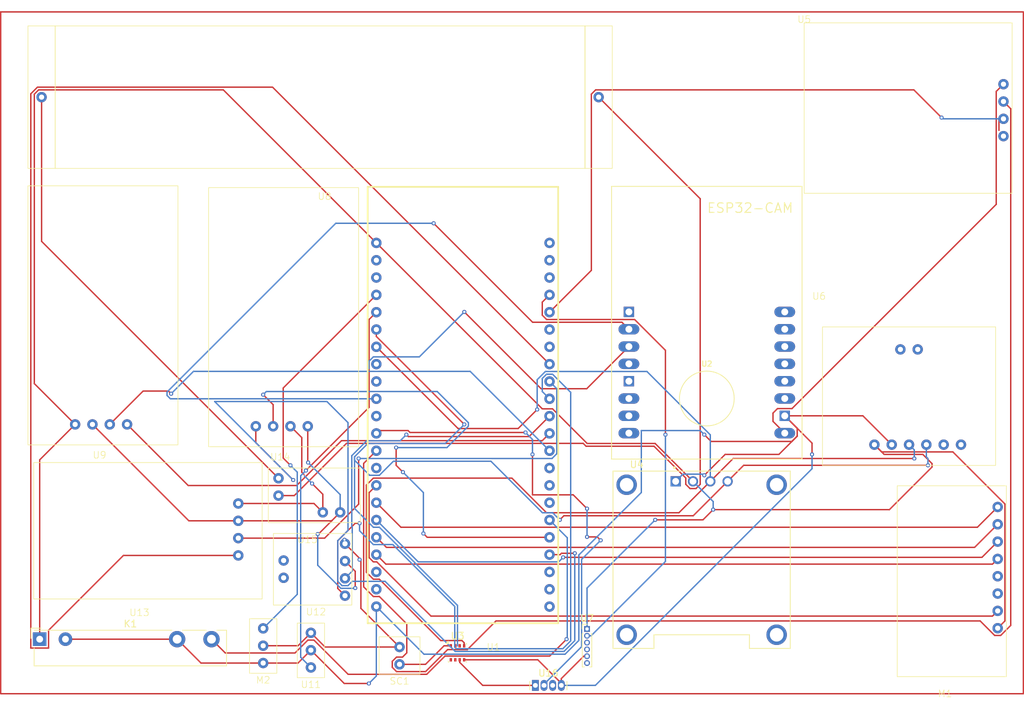
<source format=kicad_pcb>
(kicad_pcb (version 20241229) (generator "pcbnew") (generator_version "9.0")
  (layers (0 "F.Cu" signal) (2 "B.Cu" signal) (13 "F.Paste" user) (15 "B.Paste" user) (5 "F.SilkS" user "F.Silkscreen") (7 "B.SilkS" user "B.Silkscreen") (1 "F.Mask" user) (3 "B.Mask" user) (25 "Edge.Cuts" user))
  (net 0 "")
  (net 1 "GND")
  (net 2 "/Relay")
  (net 3 "+3.3V")
  (net 4 "/MISO")
  (net 5 "/MOSI")
  (net 6 "/RST")
  (net 7 "/SCK")
  (net 8 "/SS")
  (net 10 "+5V")
  (net 11 "/PWM")
  (net 12 "/DOR")
  (net 17 "/ADC")
  (net 19 "/AOM")
  (net 20 "/out")
  (net 22 "/RX1")
  (net 23 "/I2C DATA")
  (net 24 "/DOM")
  (net 26 "/DAC")
  (net 27 "/TX1")
  (net 32 "/SDA(R)")
  (net 33 "/SCL(R)")
  (net 34 "/RX")
  (net 39 "/TX")
  (net 42 "/AOS")
  (net 43 "/AOR")
  (net 44 "/DOS")
  (net 45 "/I2C Clock")
  (net 66 "/B+")
  (net 67 "/B-")
  (footprint "components_footprints:MQ 135" (layer "F.Cu") (at 51.35 91.1)
    (property "Reference" "U13")
    (property "Value" "MQ 135" (hide yes))
  )
  (footprint "components_footprints:Soil" (layer "F.Cu") (at 92.75 112)
    (property "Reference" "U12")
    (property "Value" "Soil sensor" (hide yes))
  )
  (footprint "components_footprints:Cell_Holder" (layer "F.Cu") (at 54.5 27.05)
    (property "Reference" "U8")
    (property "Value" "Cell_Holder" (hide yes))
  )
  (footprint "foot:INA219CV" (layer "F.Cu") (at 167.03 71.198)
    (property "Reference" "U6")
    (property "Value" "Voltage_Current" (hide yes))
  )
  (footprint "foot:mrfc522" (layer "F.Cu") (at 185 122.5)
    (property "Reference" "M1")
    (property "Value" "RFID-RC522" (hide yes))
    (property "VALUE" "" (hide yes))
  )
  (footprint "Servo_Footprint:Servo Motor" (layer "F.Cu") (at 85 123.5)
    (property "Reference" "M2")
    (property "Value" "Motor_Servo" (hide yes))
  )
  (footprint "ESP32-CAM:ESP32-CAM" (layer "F.Cu") (at 150.07 76.62)
    (property "Reference" "U2")
    (property "Value" "ESP32-CAM")
  )
  (footprint "DM-OLED096-636:MODULE_DM-OLED096-636" (layer "F.Cu") (at 149.3115 105.3515)
    (property "Reference" "U4")
    (property "Value" "DM-OLED096-636")
  )
  (footprint "Package_LGA:Bosch_LGA-8_2.5x2.5mm_P0.65mm_ClockwisePinNumbering" (layer "F.Cu") (at 113.5 119)
    (property "Reference" "U3")
    (property "Value" "BME280")
  )
  (footprint "components_footprints:2_In_1" (layer "F.Cu") (at 91.5 99.9)
    (property "Reference" "U15")
    (property "Value" "2_In_1" (hide yes))
  )
  (footprint "foot:NEO6M" (layer "F.Cu") (at 164.35 26.6)
    (property "Reference" "U5")
    (property "Value" "Neo 6ms" (hide yes))
  )
  (footprint "Servo_Footprint:Servo Motor" (layer "F.Cu") (at 92 124.15)
    (property "Reference" "U11")
    (property "Value" "WATERFLOW SENSOR" (hide yes))
  )
  (footprint "components_footprints:SOLAR_CELL" (layer "F.Cu") (at 105 122.15)
    (property "Reference" "SC1")
    (property "Value" "Solar_Cells" (hide yes))
  )
  (footprint "Sensor_Current:Allegro_SIP-4" (layer "F.Cu") (at 124.9215 123.7765)
    (property "Reference" "U16")
    (property "Value" "A1365xKTTN-1")
  )
  (footprint "components_footprints:ESP32S3" (layer "F.Cu") (at 119.77 114.663)
    (property "Reference" "U1")
    (property "Value" "ESP32_S3" (hide yes))
  )
  (footprint "components_footprints:RTC" (layer "F.Cu") (at 50.5 50.5)
    (property "Reference" "U9")
    (property "Value" "Rain Sensor" (hide yes))
  )
  (footprint "components_footprints:RTC" (layer "F.Cu") (at 77 50.7715)
    (property "Reference" "U14")
    (property "Value" "RTC DS3231" (hide yes))
  )
  (footprint "Connector_PinHeader_1.00mm:PinHeader_1x06_P1.00mm_Vertical" (layer "F.Cu") (at 132.5 115.5)
    (property "Reference" "U7")
    (property "Value" "PMY 2.5 Sensor")
  )
  (footprint "Relay_THT:Relay_SPST-NO_Fujitsu_FTR-LYAA005x_FormA_Vertical" (layer "F.Cu") (at 52.22 117)
    (property "Reference" "K1")
    (property "Value" "Fujitsu_FTR-LYAA005x")
  )
  (gr_rect (start 46.5 25) (end 196.5 125) (stroke (width 0.2)) (fill no) (layer "F.Cu") (net 1))
  (segment (start 95.05 99.64) (end 95.095 99.595) (width 0.2) (layer "F.Cu") (net 1))
  (segment (start 93.11 101.58) (end 93 101.58) (width 0.2) (layer "F.Cu") (net 1))
  (segment (start 90.11 120.5) (end 92 118.61) (width 0.2) (layer "F.Cu") (net 1))
  (segment (start 172.96 84.24) (end 177.19 88.47) (width 0.2) (layer "F.Cu") (net 1))
  (segment (start 160.645309 89.9) (end 152.759578 89.9) (width 0.2) (layer "F.Cu") (net 1))
  (segment (start 91.54 91.039999) (end 91.589816 91.089815) (width 0.2) (layer "F.Cu") (net 1))
  (segment (start 72.38 117) (end 56 117) (width 0.2) (layer "F.Cu") (net 1))
  (segment (start 162.545309 88) (end 150.6965 88) (width 0.2) (layer "F.Cu") (net 1))
  (segment (start 105 120.69) (end 108.81 120.69) (width 0.2) (layer "F.Cu") (net 1))
  (segment (start 96.89 123.5) (end 100.5 123.5) (width 0.2) (layer "F.Cu") (net 1))
  (segment (start 91.54 85.7715) (end 91.54 91.039999) (width 0.2) (layer "F.Cu") (net 1))
  (segment (start 95.095 99.595) (end 96.29 98.4) (width 0.2) (layer "F.Cu") (net 1))
  (segment (start 165.5 88.24) (end 165.5 89.9) (width 0.2) (layer "F.Cu") (net 1))
  (segment (start 111.525 117.975) (end 112.525 117.975) (width 0.2) (layer "F.Cu") (net 1))
  (segment (start 161.5 84.24) (end 172.96 84.24) (width 0.2) (layer "F.Cu") (net 1))
  (segment (start 152.759578 89.9) (end 149.6965 92.963078) (width 0.2) (layer "F.Cu") (net 1))
  (segment (start 150.6965 88) (end 149.6965 87) (width 0.2) (layer "F.Cu") (net 1))
  (segment (start 74.1 99.64) (end 59.96 85.5) (width 0.2) (layer "F.Cu") (net 1))
  (segment (start 132.008 119.5) (end 132.5 119.5) (width 0.2) (layer "F.Cu") (net 1))
  (segment (start 163.325 86.065) (end 163.325 87.220309) (width 0.2) (layer "F.Cu") (net 1))
  (segment (start 85 120.5) (end 90.11 120.5) (width 0.2) (layer "F.Cu") (net 1))
  (segment (start 75.88 120.5) (end 85 120.5) (width 0.2) (layer "F.Cu") (net 1))
  (segment (start 81.35 99.64) (end 95.05 99.64) (width 0.2) (layer "F.Cu") (net 1))
  (segment (start 114.475 120.025) (end 125.28 120.025) (width 0.2) (layer "F.Cu") (net 1))
  (segment (start 163.325 87.220309) (end 160.645309 89.9) (width 0.2) (layer "F.Cu") (net 1))
  (segment (start 98.5 109.5) (end 98.5 107.04) (width 0.2) (layer "F.Cu") (net 1))
  (segment (start 161.5 84.24) (end 165.5 88.24) (width 0.2) (layer "F.Cu") (net 1))
  (segment (start 128.7315 122.7765) (end 132.008 119.5) (width 0.2) (layer "F.Cu") (net 1))
  (segment (start 92 118.61) (end 96.89 123.5) (width 0.2) (layer "F.Cu") (net 1))
  (segment (start 95.095 99.595) (end 93.11 101.58) (width 0.2) (layer "F.Cu") (net 1))
  (segment (start 128.7315 123.4765) (end 128.7315 123.7765) (width 0.2) (layer "F.Cu") (net 1))
  (segment (start 125.28 120.025) (end 128.7315 123.4765) (width 0.2) (layer "F.Cu") (net 1))
  (segment (start 128.7315 123.7765) (end 128.7315 122.7765) (width 0.2) (layer "F.Cu") (net 1))
  (segment (start 81.35 99.64) (end 74.1 99.64) (width 0.2) (layer "F.Cu") (net 1))
  (segment (start 163.325 87.220309) (end 162.545309 88) (width 0.2) (layer "F.Cu") (net 1))
  (segment (start 72.38 117) (end 75.88 120.5) (width 0.2) (layer "F.Cu") (net 1))
  (segment (start 161.5 84.24) (end 163.325 86.065) (width 0.2) (layer "F.Cu") (net 1))
  (segment (start 98.5 107.04) (end 97 105.54) (width 0.2) (layer "F.Cu") (net 1))
  (segment (start 108.81 120.69) (end 111.525 117.975) (width 0.2) (layer "F.Cu") (net 1))
  (via (at 91.589816 91.089815) (size 0.6) (drill 0.3) (layers "F.Cu" "B.Cu") (net 1))
  (via (at 98.5 109.5) (size 0.6) (drill 0.3) (layers "F.Cu" "B.Cu") (net 1))
  (via (at 93 101.58) (size 0.6) (drill 0.3) (layers "F.Cu" "B.Cu") (net 1))
  (via (at 149.6965 92.963078) (size 0.6) (drill 0.3) (layers "F.Cu" "B.Cu") (net 1))
  (via (at 100.5 123.5) (size 0.6) (drill 0.3) (layers "F.Cu" "B.Cu") (net 1))
  (via (at 165.5 89.9) (size 0.6) (drill 0.3) (layers "F.Cu" "B.Cu") (net 1))
  (via (at 149.6965 87) (size 0.6) (drill 0.3) (layers "F.Cu" "B.Cu") (net 1))
  (segment (start 149.0955 86.399) (end 140.465 86.399) (width 0.2) (layer "B.Cu") (net 1))
  (segment (start 98.456 109.544) (end 98.5 109.5) (width 0.2) (layer "B.Cu") (net 1))
  (segment (start 91.589816 91.089815) (end 96.29 95.79) (width 0.2) (layer "B.Cu") (net 1))
  (segment (start 96.29 95.79) (end 96.29 98.4) (width 0.2) (layer "B.Cu") (net 1))
  (segment (start 149.529922 92.7965) (end 146.5565 92.7965) (width 0.2) (layer "B.Cu") (net 1))
  (segment (start 108.583 119.203) (end 101.6 112.22) (width 0.2) (layer "B.Cu") (net 1))
  (segment (start 96.39359 109.544) (end 98.456 109.544) (width 0.2) (layer "B.Cu") (net 1))
  (segment (start 93 101.58) (end 93 106.15041) (width 0.2) (layer "B.Cu") (net 1))
  (segment (start 140.465 95.485943) (end 131.302 104.648943) (width 0.2) (layer "B.Cu") (net 1))
  (segment (start 165.5 89.9) (end 165.5 92) (width 0.2) (layer "B.Cu") (net 1))
  (segment (start 100.5 123.5) (end 101.6 122.4) (width 0.2) (layer "B.Cu") (net 1))
  (segment (start 101.6 122.4) (end 101.6 112.22) (width 0.2) (layer "B.Cu") (net 1))
  (segment (start 131.302 104.648943) (end 131.302 117.182143) (width 0.2) (layer "B.Cu") (net 1))
  (segment (start 133.7235 123.7765) (end 128.7315 123.7765) (width 0.2) (layer "B.Cu") (net 1))
  (segment (start 140.465 86.399) (end 140.465 95.485943) (width 0.2) (layer "B.Cu") (net 1))
  (segment (start 165.5 92) (end 133.7235 123.7765) (width 0.2) (layer "B.Cu") (net 1))
  (segment (start 131.302 117.182143) (end 129.281143 119.203) (width 0.2) (layer "B.Cu") (net 1))
  (segment (start 129.281143 119.203) (end 108.583 119.203) (width 0.2) (layer "B.Cu") (net 1))
  (segment (start 93 106.15041) (end 96.39359 109.544) (width 0.2) (layer "B.Cu") (net 1))
  (segment (start 146.5565 92.7965) (end 145.5015 93.8515) (width 0.2) (layer "B.Cu") (net 1))
  (segment (start 149.6965 92.963078) (end 149.529922 92.7965) (width 0.2) (layer "B.Cu") (net 1))
  (segment (start 149.6965 87) (end 149.0955 86.399) (width 0.2) (layer "B.Cu") (net 1))
  (segment (start 77.42 117) (end 79.443 119.023) (width 0.2) (layer "F.Cu") (net 2))
  (segment (start 79.443 119.023) (end 89.66969 119.023) (width 0.2) (layer "F.Cu") (net 2))
  (segment (start 91.55969 117.133) (end 92.44031 117.133) (width 0.2) (layer "F.Cu") (net 2))
  (segment (start 97.46131 122.154) (end 108.9881 122.154) (width 0.2) (layer "F.Cu") (net 2))
  (segment (start 89.66969 119.023) (end 91.55969 117.133) (width 0.2) (layer "F.Cu") (net 2))
  (segment (start 92.44031 117.133) (end 97.46131 122.154) (width 0.2) (layer "F.Cu") (net 2))
  (segment (start 111.6681 119.474) (end 127.026 119.474) (width 0.2) (layer "F.Cu") (net 2))
  (segment (start 127.026 119.474) (end 129.5 117) (width 0.2) (layer "F.Cu") (net 2))
  (segment (start 108.9881 122.154) (end 111.6681 119.474) (width 0.2) (layer "F.Cu") (net 2))
  (via (at 129.5 117) (size 0.6) (drill 0.3) (layers "F.Cu" "B.Cu") (net 2))
  (segment (start 129.5 117) (end 129.601 116.899) (width 0.2) (layer "B.Cu") (net 2))
  (segment (start 129.601 102.121) (end 127 99.52) (width 0.2) (layer "B.Cu") (net 2))
  (segment (start 129.601 116.899) (end 129.601 102.121) (width 0.2) (layer "B.Cu") (net 2))
  (segment (start 117.1995 123.7765) (end 113.825 120.402) (width 0.2) (layer "F.Cu") (net 3))
  (segment (start 113.825 120.402) (end 113.825 120.025) (width 0.2) (layer "F.Cu") (net 3))
  (segment (start 51.437 79.517) (end 51.437 37.05969) (width 0.2) (layer "F.Cu") (net 3))
  (segment (start 175.713 89.533) (end 174.65 88.47) (width 0.2) (layer "F.Cu") (net 3))
  (segment (start 176.849943 98) (end 151 98) (width 0.2) (layer "F.Cu") (net 3))
  (segment (start 148.0415 93.8515) (end 142.487 88.297) (width 0.2) (layer "F.Cu") (net 3))
  (segment (start 52.05969 36.437) (end 79.157 36.437) (width 0.2) (layer "F.Cu") (net 3))
  (segment (start 193.793 97.16969) (end 186.15631 89.533) (width 0.2) (layer "F.Cu") (net 3))
  (segment (start 79.157 36.437) (end 101.6 58.88) (width 0.2) (layer "F.Cu") (net 3))
  (segment (start 124.9215 123.7765) (end 117.1995 123.7765) (width 0.2) (layer "F.Cu") (net 3))
  (segment (start 142.487 88.297) (end 132.52031 88.297) (width 0.2) (layer "F.Cu") (net 3))
  (segment (start 57.42 85.5) (end 51.437 79.517) (width 0.2) (layer "F.Cu") (net 3))
  (segment (start 51.437 37.05969) (end 52.05969 36.437) (width 0.2) (layer "F.Cu") (net 3))
  (segment (start 193.793 114.327) (end 193.793 97.16969) (width 0.2) (layer "F.Cu") (net 3))
  (segment (start 181.748943 89.899) (end 183.101 91.251057) (width 0.2) (layer "F.Cu") (net 3))
  (segment (start 183.101 91.748943) (end 176.849943 98) (width 0.2) (layer "F.Cu") (net 3))
  (segment (start 52.22 90.7) (end 57.42 85.5) (width 0.2) (layer "F.Cu") (net 3))
  (segment (start 127.44031 83.217) (end 125.937 83.217) (width 0.2) (layer "F.Cu") (net 3))
  (segment (start 176.079 89.899) (end 181.748943 89.899) (width 0.2) (layer "F.Cu") (net 3))
  (segment (start 174.65 88.47) (end 176.079 89.899) (width 0.2) (layer "F.Cu") (net 3))
  (segment (start 125.937 83.217) (end 101.6 58.88) (width 0.2) (layer "F.Cu") (net 3))
  (segment (start 192.73 115.39) (end 193.793 114.327) (width 0.2) (layer "F.Cu") (net 3))
  (segment (start 186.15631 89.533) (end 175.713 89.533) (width 0.2) (layer "F.Cu") (net 3))
  (segment (start 183.101 91.251057) (end 183.101 91.748943) (width 0.2) (layer "F.Cu") (net 3))
  (segment (start 52.22 117) (end 52.22 90.7) (width 0.2) (layer "F.Cu") (net 3))
  (segment (start 149.5 99.5) (end 142.5 99.5) (width 0.2) (layer "F.Cu") (net 3))
  (segment (start 132.52031 88.297) (end 127.44031 83.217) (width 0.2) (layer "F.Cu") (net 3))
  (segment (start 151 98) (end 149.5 99.5) (width 0.2) (layer "F.Cu") (net 3))
  (via (at 142.5 99.5) (size 0.6) (drill 0.3) (layers "F.Cu" "B.Cu") (net 3))
  (via (at 151 98) (size 0.6) (drill 0.3) (layers "F.Cu" "B.Cu") (net 3))
  (segment (start 151 96.81) (end 148.0415 93.8515) (width 0.2) (layer "B.Cu") (net 3))
  (segment (start 132.5 109.5) (end 132.5 115.5) (width 0.2) (layer "B.Cu") (net 3))
  (segment (start 151 98) (end 151 96.81) (width 0.2) (layer "B.Cu") (net 3))
  (segment (start 142.5 99.5) (end 132.5 109.5) (width 0.2) (layer "B.Cu") (net 3))
  (segment (start 102.991999 105.991999) (end 101.6 104.6) (width 0.2) (layer "F.Cu") (net 4))
  (segment (start 191.968001 105.991999) (end 102.991999 105.991999) (width 0.2) (layer "F.Cu") (net 4))
  (segment (start 192.73 105.23) (end 191.968001 105.991999) (width 0.2) (layer "F.Cu") (net 4))
  (segment (start 192.73 102.69) (end 190.42 105) (width 0.2) (layer "F.Cu") (net 5))
  (segment (start 190.42 105) (end 129 105) (width 0.2) (layer "F.Cu") (net 5))
  (via (at 129 105) (size 0.6) (drill 0.3) (layers "F.Cu" "B.Cu") (net 5))
  (segment (start 107.743 105.663) (end 101.6 99.52) (width 0.2) (layer "B.Cu") (net 5))
  (segment (start 128.337 105.663) (end 107.743 105.663) (width 0.2) (layer "B.Cu") (net 5))
  (segment (start 129 105) (end 128.337 105.663) (width 0.2) (layer "B.Cu") (net 5))
  (segment (start 192.73 112.85) (end 191.968001 113.611999) (width 0.2) (layer "F.Cu") (net 6))
  (segment (start 109.611999 113.611999) (end 101.663 105.663) (width 0.2) (layer "F.Cu") (net 6))
  (segment (start 101.15969 105.663) (end 100.537 105.04031) (width 0.2) (layer "F.Cu") (net 6))
  (segment (start 101.663 105.663) (end 101.15969 105.663) (width 0.2) (layer "F.Cu") (net 6))
  (segment (start 100.537 95.503) (end 101.6 94.44) (width 0.2) (layer "F.Cu") (net 6))
  (segment (start 100.537 105.04031) (end 100.537 95.503) (width 0.2) (layer "F.Cu") (net 6))
  (segment (start 191.968001 113.611999) (end 109.611999 113.611999) (width 0.2) (layer "F.Cu") (net 6))
  (segment (start 189.343 103.537) (end 103.077 103.537) (width 0.2) (layer "F.Cu") (net 7))
  (segment (start 192.73 100.15) (end 189.343 103.537) (width 0.2) (layer "F.Cu") (net 7))
  (segment (start 103.077 103.537) (end 101.6 102.06) (width 0.2) (layer "F.Cu") (net 7))
  (segment (start 192.73 97.61) (end 189.757 100.583) (width 0.2) (layer "F.Cu") (net 8))
  (segment (start 189.757 100.583) (end 105.203 100.583) (width 0.2) (layer "F.Cu") (net 8))
  (segment (start 105.203 100.583) (end 101.6 96.98) (width 0.2) (layer "F.Cu") (net 8))
  (segment (start 93.75 98.4) (end 93.75 95.75) (width 0.2) (layer "F.Cu") (net 10))
  (segment (start 97 102.5) (end 96.92261 102.42261) (width 0.2) (layer "F.Cu") (net 10))
  (segment (start 159.776 85.056) (end 161.5 86.78) (width 0.2) (layer "F.Cu") (net 10))
  (segment (start 92.45 97.1) (end 93.75 98.4) (width 0.2) (layer "F.Cu") (net 10))
  (segment (start 85 117.96) (end 90.11 117.96) (width 0.2) (layer "F.Cu") (net 10))
  (segment (start 99.334 105.334) (end 97 103) (width 0.2) (layer "F.Cu") (net 10))
  (segment (start 97 103) (end 97 102.5) (width 0.2) (layer "F.Cu") (net 10))
  (segment (start 94.08 118.15) (end 92 116.07) (width 0.2) (layer "F.Cu") (net 10))
  (segment (start 90.11 117.96) (end 92 116.07) (width 0.2) (layer "F.Cu") (net 10))
  (segment (start 162.563 83.177) (end 160.437 83.177) (width 0.2) (layer "F.Cu") (net 10))
  (segment (start 99.334 112.484) (end 99.334 105.334) (width 0.2) (layer "F.Cu") (net 10))
  (segment (start 160.437 83.177) (end 159.776 83.838) (width 0.2) (layer "F.Cu") (net 10))
  (segment (start 105 118.15) (end 99.334 112.484) (width 0.2) (layer "F.Cu") (net 10))
  (segment (start 192.517 53.223) (end 162.563 83.177) (width 0.2) (layer "F.Cu") (net 10))
  (segment (start 159.776 83.838) (end 159.776 85.056) (width 0.2) (layer "F.Cu") (net 10))
  (segment (start 105 118.15) (end 94.08 118.15) (width 0.2) (layer "F.Cu") (net 10))
  (segment (start 89 85.7715) (end 90.66308 87.43458) (width 0.2) (layer "F.Cu") (net 10))
  (segment (start 81.35 97.1) (end 92.45 97.1) (width 0.2) (layer "F.Cu") (net 10))
  (segment (start 99.334 105.334) (end 99.135 105.334) (width 0.2) (layer "F.Cu") (net 10))
  (segment (start 192.517 36.663) (end 192.517 53.223) (width 0.2) (layer "F.Cu") (net 10))
  (segment (start 93.75 95.75) (end 92.174265 94.174265) (width 0.2) (layer "F.Cu") (net 10))
  (segment (start 193.58 35.6) (end 192.517 36.663) (width 0.2) (layer "F.Cu") (net 10))
  (segment (start 90.66308 87.43458) (end 90.66308 92.513023) (width 0.2) (layer "F.Cu") (net 10))
  (segment (start 90.66308 92.513023) (end 90.979824 92.829767) (width 0.2) (layer "F.Cu") (net 10))
  (via (at 92.174265 94.174265) (size 0.6) (drill 0.3) (layers "F.Cu" "B.Cu") (net 10))
  (via (at 96.92261 102.42261) (size 0.6) (drill 0.3) (layers "F.Cu" "B.Cu") (net 10))
  (via (at 99.135 105.334) (size 0.6) (drill 0.3) (layers "F.Cu" "B.Cu") (net 10))
  (segment (start 92.174265 94.174265) (end 91.04763 93.04763) (width 0.2) (layer "B.Cu") (net 10))
  (segment (start 87.937 90.437) (end 89 91.5) (width 0.2) (layer "F.Cu") (net 11))
  (segment (start 101.6 66.5) (end 87.937 80.163) (width 0.2) (layer "F.Cu") (net 11))
  (segment (start 87.937 80.163) (end 87.937 90.437) (width 0.2) (layer "F.Cu") (net 11))
  (via (at 89 91.5) (size 0.6) (drill 0.3) (layers "F.Cu" "B.Cu") (net 11))
  (segment (start 90 92.5) (end 90 110.42) (width 0.2) (layer "B.Cu") (net 11))
  (segment (start 89 91.5) (end 90 92.5) (width 0.2) (layer "B.Cu") (net 11))
  (segment (start 90 110.42) (end 85 115.42) (width 0.2) (layer "B.Cu") (net 11))
  (segment (start 89.91369 94.463) (end 96.49369 87.883) (width 0.2) (layer "F.Cu") (net 12))
  (segment (start 96.49369 87.883) (end 125.937 87.883) (width 0.2) (layer "F.Cu") (net 12))
  (segment (start 125.937 87.883) (end 127 86.82) (width 0.2) (layer "F.Cu") (net 12))
  (segment (start 65.04 85.5) (end 74.003 94.463) (width 0.2) (layer "F.Cu") (net 12))
  (segment (start 74.003 94.463) (end 89.91369 94.463) (width 0.2) (layer "F.Cu") (net 12))
  (segment (start 126.57269 70.116) (end 139.481309 70.116) (width 0.2) (layer "F.Cu") (net 17))
  (segment (start 139.481309 70.116) (end 144 74.634691) (width 0.2) (layer "F.Cu") (net 17))
  (segment (start 127 66.5) (end 125.937 67.563) (width 0.2) (layer "F.Cu") (net 17))
  (segment (start 144 74.634691) (end 144 87) (width 0.2) (layer "F.Cu") (net 17))
  (segment (start 125.937 67.563) (end 125.937 69.48031) (width 0.2) (layer "F.Cu") (net 17))
  (segment (start 125.937 69.48031) (end 126.57269 70.116) (width 0.2) (layer "F.Cu") (net 17))
  (via (at 144 87) (size 0.6) (drill 0.3) (layers "F.Cu" "B.Cu") (net 17))
  (segment (start 144 87) (end 144 105.60104) (width 0.2) (layer "B.Cu") (net 17))
  (segment (start 133.10104 116.5) (end 132.5 116.5) (width 0.2) (layer "B.Cu") (net 17))
  (segment (start 144 105.60104) (end 133.10104 116.5) (width 0.2) (layer "B.Cu") (net 17))
  (segment (start 81.35 102.18) (end 94.01331 102.18) (width 0.2) (layer "F.Cu") (net 19))
  (segment (start 99 97.19331) (end 99 90.5) (width 0.2) (layer "F.Cu") (net 19))
  (segment (start 94.01331 102.18) (end 99 97.19331) (width 0.2) (layer "F.Cu") (net 19))
  (via (at 99 90.5) (size 0.6) (drill 0.3) (layers "F.Cu" "B.Cu") (net 19))
  (segment (start 128.063 80.263) (end 127 79.2) (width 0.2) (layer "B.Cu") (net 19))
  (segment (start 128.063 89.80031) (end 128.063 80.263) (width 0.2) (layer "B.Cu") (net 19))
  (segment (start 99 90.5) (end 127.36331 90.5) (width 0.2) (layer "B.Cu") (net 19))
  (segment (start 127.36331 90.5) (end 128.063 89.80031) (width 0.2) (layer "B.Cu") (net 19))
  (segment (start 101.6 69.04) (end 100.537 70.103) (width 0.2) (layer "F.Cu") (net 20))
  (segment (start 100.537 82.99116) (end 91.26408 92.26408) (width 0.2) (layer "F.Cu") (net 20))
  (segment (start 100.537 70.103) (end 100.537 82.99116) (width 0.2) (layer "F.Cu") (net 20))
  (via (at 91.26408 92.26408) (size 0.6) (drill 0.3) (layers "F.Cu" "B.Cu") (net 20))
  (segment (start 90.5 119.65) (end 92 121.15) (width 0.2) (layer "B.Cu") (net 20))
  (segment (start 91.26408 92.26408) (end 90.5 93.02816) (width 0.2) (layer "B.Cu") (net 20))
  (segment (start 90.5 93.02816) (end 90.5 119.65) (width 0.2) (layer "B.Cu") (net 20))
  (segment (start 108.822 121.753) (end 104.55969 121.753) (width 0.2) (layer "F.Cu") (net 22))
  (segment (start 104.55969 119.627) (end 105.44031 119.627) (width 0.2) (layer "F.Cu") (net 22))
  (segment (start 119.15 114.327) (end 114.951 118.526) (width 0.2) (layer "F.Cu") (net 22))
  (segment (start 99.735 91.225) (end 101.6 89.36) (width 0.2) (layer "F.Cu") (net 22))
  (segment (start 103.937 121.13031) (end 103.937 120.24969) (width 0.2) (layer "F.Cu") (net 22))
  (segment (start 105.44031 119.627) (end 106.063 119.00431) (width 0.2) (layer "F.Cu") (net 22))
  (segment (start 190.16369 114.327) (end 119.15 114.327) (width 0.2) (layer "F.Cu") (net 22))
  (segment (start 112.049 118.526) (end 108.822 121.753) (width 0.2) (layer "F.Cu") (net 22))
  (segment (start 192.28969 116.453) (end 190.16369 114.327) (width 0.2) (layer "F.Cu") (net 22))
  (segment (start 101.15969 110.743) (end 99.735 109.31831) (width 0.2) (layer "F.Cu") (net 22))
  (segment (start 193.58 38.14) (end 194.643 39.203) (width 0.2) (layer "F.Cu") (net 22))
  (segment (start 99.735 109.31831) (end 99.735 91.225) (width 0.2) (layer "F.Cu") (net 22))
  (segment (start 106.063 119.00431) (end 106.063 114.76569) (width 0.2) (layer "F.Cu") (net 22))
  (segment (start 194.643 114.98031) (end 193.17031 116.453) (width 0.2) (layer "F.Cu") (net 22))
  (segment (start 104.55969 121.753) (end 103.937 121.13031) (width 0.2) (layer "F.Cu") (net 22))
  (segment (start 102.04031 110.743) (end 101.15969 110.743) (width 0.2) (layer "F.Cu") (net 22))
  (segment (start 114.951 118.526) (end 112.049 118.526) (width 0.2) (layer "F.Cu") (net 22))
  (segment (start 194.643 39.203) (end 194.643 114.98031) (width 0.2) (layer "F.Cu") (net 22))
  (segment (start 103.937 120.24969) (end 104.55969 119.627) (width 0.2) (layer "F.Cu") (net 22))
  (segment (start 193.17031 116.453) (end 192.28969 116.453) (width 0.2) (layer "F.Cu") (net 22))
  (segment (start 106.063 114.76569) (end 102.04031 110.743) (width 0.2) (layer "F.Cu") (net 22))
  (via (at 101.6 89.36) (size 0.6) (drill 0.3) (layers "F.Cu" "B.Cu") (net 22))
  (segment (start 101.6 71.58) (end 101.6 72.6) (width 0.2) (layer "F.Cu") (net 23))
  (segment (start 153.1215 93.8515) (end 155.473 91.5) (width 0.2) (layer "F.Cu") (net 23))
  (segment (start 148.074 98.899) (end 129.101 98.899) (width 0.2) (layer "F.Cu") (net 23))
  (segment (start 153.1215 93.8515) (end 148.074 98.899) (width 0.2) (layer "F.Cu") (net 23))
  (segment (start 129.101 98.899) (end 128.5 99.5) (width 0.2) (layer "F.Cu") (net 23))
  (segment (start 155.473 91.5) (end 182.5 91.5) (width 0.2) (layer "F.Cu") (net 23))
  (segment (start 101.6 72.6) (end 114.5 85.5) (width 0.2) (layer "F.Cu") (net 23))
  (via (at 182.5 91.5) (size 0.6) (drill 0.3) (layers "F.Cu" "B.Cu") (net 23))
  (via (at 128.5 99.5) (size 0.6) (drill 0.3) (layers "F.Cu" "B.Cu") (net 23))
  (via (at 114.5 85.5) (size 0.6) (drill 0.3) (layers "F.Cu" "B.Cu") (net 23))
  (segment (start 182.5 91.5) (end 182.5 90.5) (width 0.2) (layer "B.Cu") (net 23))
  (segment (start 125.957 98.457) (end 118.401 90.901) (width 0.2) (layer "B.Cu") (net 23))
  (segment (start 182.5 90.5) (end 182.27 90.27) (width 0.2) (layer "B.Cu") (net 23))
  (segment (start 100.353057 88.297) (end 111.703 88.297) (width 0.2) (layer "B.Cu") (net 23))
  (segment (start 100.613057 92.963) (end 98.399 90.748943) (width 0.2) (layer "B.Cu") (net 23))
  (segment (start 101.15969 100.583) (end 102.04031 100.583) (width 0.2) (layer "B.Cu") (net 23))
  (segment (start 102.04031 92.963) (end 100.613057 92.963) (width 0.2) (layer "B.Cu") (net 23))
  (segment (start 98.399 90.251057) (end 100.353057 88.297) (width 0.2) (layer "B.Cu") (net 23))
  (segment (start 127.457 98.457) (end 125.957 98.457) (width 0.2) (layer "B.Cu") (net 23))
  (segment (start 128.5 99.5) (end 127.457 98.457) (width 0.2) (layer "B.Cu") (net 23))
  (segment (start 98.399 90.251057) (end 98.399 97.82231) (width 0.2) (layer "B.Cu") (net 23))
  (segment (start 118.401 90.901) (end 104.10231 90.901) (width 0.2) (layer "B.Cu") (net 23))
  (segment (start 104.10231 90.901) (end 102.04031 92.963) (width 0.2) (layer "B.Cu") (net 23))
  (segment (start 113.5 112.04269) (end 113.5 118) (width 0.2) (layer "B.Cu") (net 23))
  (segment (start 98.399 90.748943) (end 98.399 90.251057) (width 0.2) (layer "B.Cu") (net 23))
  (segment (start 102.04031 100.583) (end 113.5 112.04269) (width 0.2) (layer "B.Cu") (net 23))
  (segment (start 98.399 97.82231) (end 101.15969 100.583) (width 0.2) (layer "B.Cu") (net 23))
  (segment (start 111.703 88.297) (end 114.5 85.5) (width 0.2) (layer "B.Cu") (net 23))
  (segment (start 182.27 90.27) (end 182.27 88.47) (width 0.2) (layer "B.Cu") (net 23))
  (segment (start 53.521 115.699) (end 53.521 118.301) (width 0.2) (layer "F.Cu") (net 24))
  (segment (start 64.5 104.72) (end 53.521 115.699) (width 0.2) (layer "F.Cu") (net 24))
  (segment (start 51.89359 36.036) (end 86.376 36.036) (width 0.2) (layer "F.Cu") (net 24))
  (segment (start 86.376 36.036) (end 127 76.66) (width 0.2) (layer "F.Cu") (net 24))
  (segment (start 50.919 118.301) (end 50.919 37.01059) (width 0.2) (layer "F.Cu") (net 24))
  (segment (start 53.521 118.301) (end 50.919 118.301) (width 0.2) (layer "F.Cu") (net 24))
  (segment (start 81.35 104.72) (end 64.5 104.72) (width 0.2) (layer "F.Cu") (net 24))
  (segment (start 50.919 37.01059) (end 51.89359 36.036) (width 0.2) (layer "F.Cu") (net 24))
  (segment (start 124.5 89.9) (end 124.5 95.83021) (width 0.2) (layer "F.Cu") (net 26))
  (segment (start 106.248943 86.399) (end 106.532943 86.683) (width 0.2) (layer "F.Cu") (net 26))
  (segment (start 124.5 95.83021) (end 130.47321 95.83021) (width 0.2) (layer "F.Cu") (net 26))
  (segment (start 130.47321 95.83021) (end 132.5 97.857) (width 0.2) (layer "F.Cu") (net 26))
  (segment (start 102.021 86.399) (end 106.248943 86.399) (width 0.2) (layer "F.Cu") (net 26))
  (segment (start 132.5 102) (end 134 102) (width 0.2) (layer "F.Cu") (net 26))
  (segment (start 134 102) (end 134.5 102.5) (width 0.2) (layer "F.Cu") (net 26))
  (segment (start 106.532943 86.683) (end 123.474473 86.683) (width 0.2) (layer "F.Cu") (net 26))
  (segment (start 101.6 86.82) (end 102.021 86.399) (width 0.2) (layer "F.Cu") (net 26))
  (via (at 132.5 102) (size 0.6) (drill 0.3) (layers "F.Cu" "B.Cu") (net 26))
  (via (at 124.5 89.9) (size 0.6) (drill 0.3) (layers "F.Cu" "B.Cu") (net 26))
  (via (at 123.474473 86.683) (size 0.6) (drill 0.3) (layers "F.Cu" "B.Cu") (net 26))
  (via (at 132.5 97.857) (size 0.6) (drill 0.3) (layers "F.Cu" "B.Cu") (net 26))
  (via (at 134.5 102.5) (size 0.6) (drill 0.3) (layers "F.Cu" "B.Cu") (net 26))
  (segment (start 132.5 97.857) (end 132.5 102) (width 0.2) (layer "B.Cu") (net 26))
  (segment (start 126.1915 123.613715) (end 126.1915 123.7765) (width 0.2) (layer "B.Cu") (net 26))
  (segment (start 131.703 105.297) (end 131.703 118.102215) (width 0.2) (layer "B.Cu") (net 26))
  (segment (start 123.474473 86.683) (end 124.5 87.708527) (width 0.2) (layer "B.Cu") (net 26))
  (segment (start 134.5 102.5) (end 131.703 105.297) (width 0.2) (layer "B.Cu") (net 26))
  (segment (start 131.703 118.102215) (end 126.1915 123.613715) (width 0.2) (layer "B.Cu") (net 26))
  (segment (start 124.5 87.708527) (end 124.5 89.9) (width 0.2) (layer "B.Cu") (net 26))
  (segment (start 133.137 37.05969) (end 133.75969 36.437) (width 0.2) (layer "F.Cu") (net 27))
  (segment (start 180.437 36.437) (end 184.5 40.5) (width 0.2) (layer "F.Cu") (net 27))
  (segment (start 193.58 40.68) (end 192.918 40.68) (width 0.2) (layer "F.Cu") (net 27))
  (segment (start 133.75969 36.437) (end 180.437 36.437) (width 0.2) (layer "F.Cu") (net 27))
  (segment (start 127 69.04) (end 133.137 62.903) (width 0.2) (layer "F.Cu") (net 27))
  (segment (start 192.918 40.68) (end 192.918 42.37869) (width 0.2) (layer "F.Cu") (net 27))
  (segment (start 133.137 62.903) (end 133.137 37.05969) (width 0.2) (layer "F.Cu") (net 27))
  (via (at 184.5 40.5) (size 0.6) (drill 0.3) (layers "F.Cu" "B.Cu") (net 27))
  (segment (start 184.68 40.68) (end 193.58 40.68) (width 0.2) (layer "B.Cu") (net 27))
  (segment (start 184.5 40.5) (end 184.68 40.68) (width 0.2) (layer "B.Cu") (net 27))
  (segment (start 105.5 92.5) (end 104.5 91.5) (width 0.2) (layer "F.Cu") (net 32))
  (segment (start 104.5 91.5) (end 104.5 88.897) (width 0.2) (layer "F.Cu") (net 32))
  (segment (start 109.06 102.06) (end 108.5 101.5) (width 0.2) (layer "F.Cu") (net 32))
  (segment (start 127 102.06) (end 109.06 102.06) (width 0.2) (layer "F.Cu") (net 32))
  (segment (start 86.46 82.6) (end 86.46 85.7715) (width 0.2) (layer "F.Cu") (net 32))
  (segment (start 85 81.14) (end 86.46 82.6) (width 0.2) (layer "F.Cu") (net 32))
  (via (at 85 81.14) (size 0.6) (drill 0.3) (layers "F.Cu" "B.Cu") (net 32))
  (via (at 105.5 92.5) (size 0.6) (drill 0.3) (layers "F.Cu" "B.Cu") (net 32))
  (via (at 104.5 88.897) (size 0.6) (drill 0.3) (layers "F.Cu" "B.Cu") (net 32))
  (via (at 108.5 101.5) (size 0.6) (drill 0.3) (layers "F.Cu" "B.Cu") (net 32))
  (segment (start 111.952943 88.897) (end 115.101 85.748943) (width 0.2) (layer "B.Cu") (net 32))
  (segment (start 108.5 101.5) (end 108.5 95.5) (width 0.2) (layer "B.Cu") (net 32))
  (segment (start 115.101 85.748943) (end 115.101 85.251057) (width 0.2) (layer "B.Cu") (net 32))
  (segment (start 115.101 85.251057) (end 110.526943 80.677) (width 0.2) (layer "B.Cu") (net 32))
  (segment (start 110.526943 80.677) (end 85.463 80.677) (width 0.2) (layer "B.Cu") (net 32))
  (segment (start 104.5 88.897) (end 111.952943 88.897) (width 0.2) (layer "B.Cu") (net 32))
  (segment (start 108.5 95.5) (end 105.5 92.5) (width 0.2) (layer "B.Cu") (net 32))
  (segment (start 85.463 80.677) (end 85 81.14) (width 0.2) (layer "B.Cu") (net 32))
  (segment (start 128.550057 104.6) (end 127 104.6) (width 0.2) (layer "F.Cu") (net 33))
  (segment (start 83.92 85.7715) (end 83.92 88.174795) (width 0.2) (layer "F.Cu") (net 33))
  (segment (start 83.92 88.174795) (end 89.4 93.654795) (width 0.2) (layer "F.Cu") (net 33))
  (segment (start 130.701 104.4) (end 128.750057 104.4) (width 0.2) (layer "F.Cu") (net 33))
  (segment (start 128.750057 104.4) (end 128.550057 104.6) (width 0.2) (layer "F.Cu") (net 33))
  (via (at 130.701 104.4) (size 0.6) (drill 0.3) (layers "F.Cu" "B.Cu") (net 33))
  (via (at 89.4 93.654795) (size 0.6) (drill 0.3) (layers "F.Cu" "B.Cu") (net 33))
  (segment (start 130.701 117.216043) (end 130.701 104.4) (width 0.2) (layer "B.Cu") (net 33))
  (segment (start 95.937 108.52031) (end 96.55969 109.143) (width 0.2) (layer "B.Cu") (net 33))
  (segment (start 89.4 93.654795) (end 77.886205 82.141) (width 0.2) (layer "B.Cu") (net 33))
  (segment (start 97.44031 109.143) (end 98.063 108.52031) (width 0.2) (layer "B.Cu") (net 33))
  (segment (start 97.44031 85.23769) (end 97.44031 101.05638) (width 0.2) (layer "B.Cu") (net 33))
  (segment (start 77.886205 82.141) (end 94.34362 82.141) (width 0.2) (layer "B.Cu") (net 33))
  (segment (start 129.115043 118.802) (end 130.701 117.216043) (width 0.2) (layer "B.Cu") (net 33))
  (segment (start 102.88611 108.52031) (end 113.1678 118.802) (width 0.2) (layer "B.Cu") (net 33))
  (segment (start 96.55969 109.143) (end 97.44031 109.143) (width 0.2) (layer "B.Cu") (net 33))
  (segment (start 94.34362 82.141) (end 97.44031 85.23769) (width 0.2) (layer "B.Cu") (net 33))
  (segment (start 113.1678 118.802) (end 129.115043 118.802) (width 0.2) (layer "B.Cu") (net 33))
  (segment (start 98.063 108.52031) (end 102.88611 108.52031) (width 0.2) (layer "B.Cu") (net 33))
  (segment (start 95.937 102.55969) (end 95.937 108.52031) (width 0.2) (layer "B.Cu") (net 33))
  (segment (start 97.44031 101.05638) (end 95.937 102.55969) (width 0.2) (layer "B.Cu") (net 33))
  (segment (start 132.457 80.263) (end 125.763 80.263) (width 0.2) (layer "F.Cu") (net 34))
  (segment (start 138.64 74.08) (end 132.457 80.263) (width 0.2) (layer "F.Cu") (net 34))
  (segment (start 125.763 80.263) (end 114.5 69) (width 0.2) (layer "F.Cu") (net 34))
  (via (at 114.5 69) (size 0.6) (drill 0.3) (layers "F.Cu" "B.Cu") (net 34))
  (segment (start 101.15969 75.597) (end 100.5 76.25669) (width 0.2) (layer "B.Cu") (net 34))
  (segment (start 107.903 75.597) (end 101.15969 75.597) (width 0.2) (layer "B.Cu") (net 34))
  (segment (start 100.5 76.25669) (end 100.5 77.322) (width 0.2) (layer "B.Cu") (net 34))
  (segment (start 114.5 69) (end 107.903 75.597) (width 0.2) (layer "B.Cu") (net 34))
  (segment (start 124.517 70.517) (end 110 56) (width 0.2) (layer "F.Cu") (net 39))
  (segment (start 138.64 71.54) (end 137.617 70.517) (width 0.2) (layer "F.Cu") (net 39))
  (segment (start 137.617 70.517) (end 124.517 70.517) (width 0.2) (layer "F.Cu") (net 39))
  (via (at 110 56) (size 0.6) (drill 0.3) (layers "F.Cu" "B.Cu") (net 39))
  (segment (start 110 56) (end 95.650057 56) (width 0.2) (layer "B.Cu") (net 39))
  (segment (start 70.899 80.751057) (end 70.899 81.248943) (width 0.2) (layer "B.Cu") (net 39))
  (segment (start 70.899 81.248943) (end 71.390057 81.74) (width 0.2) (layer "B.Cu") (net 39))
  (segment (start 95.650057 56) (end 70.899 80.751057) (width 0.2) (layer "B.Cu") (net 39))
  (segment (start 71.390057 81.74) (end 101.6 81.74) (width 0.2) (layer "B.Cu") (net 39))
  (segment (start 106.283 87.283) (end 106 87) (width 0.2) (layer "F.Cu") (net 42))
  (segment (start 127 84.28) (end 123.997 87.283) (width 0.2) (layer "F.Cu") (net 42))
  (segment (start 123.997 87.283) (end 106.283 87.283) (width 0.2) (layer "F.Cu") (net 42))
  (via (at 106 87) (size 0.6) (drill 0.3) (layers "F.Cu" "B.Cu") (net 42))
  (segment (start 100.186957 87.896) (end 97.998 90.084957) (width 0.2) (layer "B.Cu") (net 42))
  (segment (start 105.104 87.896) (end 100.186957 87.896) (width 0.2) (layer "B.Cu") (net 42))
  (segment (start 97.998 90.084957) (end 97.998 100.52841) (width 0.2) (layer "B.Cu") (net 42))
  (segment (start 98.063 100.59341) (end 98.063 107.017) (width 0.2) (layer "B.Cu") (net 42))
  (segment (start 97.998 100.52841) (end 98.063 100.59341) (width 0.2) (layer "B.Cu") (net 42))
  (segment (start 98.063 107.017) (end 97 108.08) (width 0.2) (layer "B.Cu") (net 42))
  (segment (start 106 87) (end 105.104 87.896) (width 0.2) (layer "B.Cu") (net 42))
  (segment (start 71.10855 80.60855) (end 71.5 81) (width 0.2) (layer "F.Cu") (net 43))
  (segment (start 67.39145 80.60855) (end 71.10855 80.60855) (width 0.2) (layer "F.Cu") (net 43))
  (segment (start 62.5 85.5) (end 67.39145 80.60855) (width 0.2) (layer "F.Cu") (net 43))
  (via (at 71.5 81) (size 0.6) (drill 0.3) (layers "F.Cu" "B.Cu") (net 43))
  (segment (start 115.363 77.723) (end 127 89.36) (width 0.2) (layer "B.Cu") (net 43))
  (segment (start 74.777 77.723) (end 115.363 77.723) (width 0.2) (layer "B.Cu") (net 43))
  (segment (start 71.5 81) (end 74.777 77.723) (width 0.2) (layer "B.Cu") (net 43))
  (segment (start 97 110.62) (end 95.937 109.557) (width 0.2) (layer "F.Cu") (net 44))
  (segment (start 95.937 102.55969) (end 98.49669 100) (width 0.2) (layer "F.Cu") (net 44))
  (segment (start 98.49669 100) (end 99.135 100) (width 0.2) (layer "F.Cu") (net 44))
  (segment (start 95.937 109.557) (end 95.937 102.55969) (width 0.2) (layer "F.Cu") (net 44))
  (via (at 99.135 100) (size 0.6) (drill 0.3) (layers "F.Cu" "B.Cu") (net 44))
  (segment (start 130.101 117.248943) (end 130.101 80.79769) (width 0.2) (layer "B.Cu") (net 44))
  (segment (start 101.15969 103.123) (end 104.01321 103.123) (width 0.2) (layer "B.Cu") (net 44))
  (segment (start 113.3339 118.401) (end 128.948943 118.401) (width 0.2) (layer "B.Cu") (net 44))
  (segment (start 113.099 118.1661) (end 113.3339 118.401) (width 0.2) (layer "B.Cu") (net 44))
  (segment (start 125.937 80.677) (end 127 81.74) (width 0.2) (layer "B.Cu") (net 44))
  (segment (start 126.55969 78.137) (end 125.937 78.75969) (width 0.2) (layer "B.Cu") (net 44))
  (segment (start 128.948943 118.401) (end 130.101 117.248943) (width 0.2) (layer "B.Cu") (net 44))
  (segment (start 127.44031 78.137) (end 126.55969 78.137) (width 0.2) (layer "B.Cu") (net 44))
  (segment (start 104.01321 103.123) (end 113.099 112.20879) (width 0.2) (layer "B.Cu") (net 44))
  (segment (start 113.099 112.20879) (end 113.099 118.1661) (width 0.2) (layer "B.Cu") (net 44))
  (segment (start 125.937 78.75969) (end 125.937 80.677) (width 0.2) (layer "B.Cu") (net 44))
  (segment (start 130.101 80.79769) (end 127.44031 78.137) (width 0.2) (layer "B.Cu") (net 44))
  (segment (start 99.135 100) (end 99.135 101.09831) (width 0.2) (layer "B.Cu") (net 44))
  (segment (start 99.135 101.09831) (end 101.15969 103.123) (width 0.2) (layer "B.Cu") (net 44))
  (segment (start 121.47969 93.377) (end 126.55969 98.457) (width 0.2) (layer "F.Cu") (net 45))
  (segment (start 101.6 74.12) (end 113.581 86.101) (width 0.2) (layer "F.Cu") (net 45))
  (segment (start 100.136 107.17931) (end 100.136 94.40069) (width 0.2) (layer "F.Cu") (net 45))
  (segment (start 126.55969 98.457) (end 145.976 98.457) (width 0.2) (layer "F.Cu") (net 45))
  (segment (start 145.976 98.457) (end 150.5815 93.8515) (width 0.2) (layer "F.Cu") (net 45))
  (segment (start 122.399 86.101) (end 125.185735 83.314265) (width 0.2) (layer "F.Cu") (net 45))
  (segment (start 114.475 117.525) (end 114.14928 117.19928) (width 0.2) (layer "F.Cu") (net 45))
  (segment (start 101.15969 108.203) (end 100.136 107.17931) (width 0.2) (layer "F.Cu") (net 45))
  (segment (start 150.5815 93.8515) (end 153.933 90.5) (width 0.2) (layer "F.Cu") (net 45))
  (segment (start 111.03659 117.19928) (end 102.04031 108.203) (width 0.2) (layer "F.Cu") (net 45))
  (segment (start 100.136 94.40069) (end 101.15969 93.377) (width 0.2) (layer "F.Cu") (net 45))
  (segment (start 114.475 117.975) (end 114.475 117.525) (width 0.2) (layer "F.Cu") (net 45))
  (segment (start 113.581 86.101) (end 122.399 86.101) (width 0.2) (layer "F.Cu") (net 45))
  (segment (start 114.14928 117.19928) (end 111.03659 117.19928) (width 0.2) (layer "F.Cu") (net 45))
  (segment (start 102.04031 108.203) (end 101.15969 108.203) (width 0.2) (layer "F.Cu") (net 45))
  (segment (start 101.15969 93.377) (end 121.47969 93.377) (width 0.2) (layer "F.Cu") (net 45))
  (segment (start 153.933 90.5) (end 180.5 90.5) (width 0.2) (layer "F.Cu") (net 45))
  (via (at 125.185735 83.314265) (size 0.6) (drill 0.3) (layers "F.Cu" "B.Cu") (net 45))
  (via (at 180.5 90.5) (size 0.6) (drill 0.3) (layers "F.Cu" "B.Cu") (net 45))
  (segment (start 125.185735 78.943855) (end 126.39359 77.736) (width 0.2) (layer "B.Cu") (net 45))
  (segment (start 125.185735 83.314265) (end 125.185735 78.943855) (width 0.2) (layer "B.Cu") (net 45))
  (segment (start 150.5815 87.035057) (end 150.5815 93.8515) (width 0.2) (layer "B.Cu") (net 45))
  (segment (start 141.282443 77.736) (end 150.5815 87.035057) (width 0.2) (layer "B.Cu") (net 45))
  (segment (start 180.5 90.5) (end 180.5 89.24) (width 0.2) (layer "B.Cu") (net 45))
  (segment (start 180.5 89.24) (end 179.73 88.47) (width 0.2) (layer "B.Cu") (net 45))
  (segment (start 126.39359 77.736) (end 141.282443 77.736) (width 0.2) (layer "B.Cu") (net 45))
  (segment (start 87.25 93.4) (end 52.5 58.65) (width 0.2) (layer "F.Cu") (net 66))
  (segment (start 52.5 58.65) (end 52.5 37.5) (width 0.2) (layer "F.Cu") (net 66))
  (segment (start 148.478496 94.9065) (end 149.0965 94.288496) (width 0.2) (layer "F.Cu") (net 67))
  (segment (start 146.9865 93.3636) (end 146.9865 94.288496) (width 0.2) (layer "F.Cu") (net 67))
  (segment (start 149.0965 94.288496) (end 149.0965 52.3965) (width 0.2) (layer "F.Cu") (net 67))
  (segment (start 132.35421 88.698) (end 142.3209 88.698) (width 0.2) (layer "F.Cu") (net 67))
  (segment (start 87.25 95.94) (end 89.56 95.94) (width 0.2) (layer "F.Cu") (net 67))
  (segment (start 147.604504 94.9065) (end 148.478496 94.9065) (width 0.2) (layer "F.Cu") (net 67))
  (segment (start 149.0965 52.3965) (end 134.2 37.5) (width 0.2) (layer "F.Cu") (net 67))
  (segment (start 89.56 95.94) (end 97.216 88.284) (width 0.2) (layer "F.Cu") (net 67))
  (segment (start 146.9865 94.288496) (end 147.604504 94.9065) (width 0.2) (layer "F.Cu") (net 67))
  (segment (start 131.94021 88.284) (end 132.35421 88.698) (width 0.2) (layer "F.Cu") (net 67))
  (segment (start 97.216 88.284) (end 131.94021 88.284) (width 0.2) (layer "F.Cu") (net 67))
  (segment (start 142.3209 88.698) (end 146.9865 93.3636) (width 0.2) (layer "F.Cu") (net 67))
)
</source>
